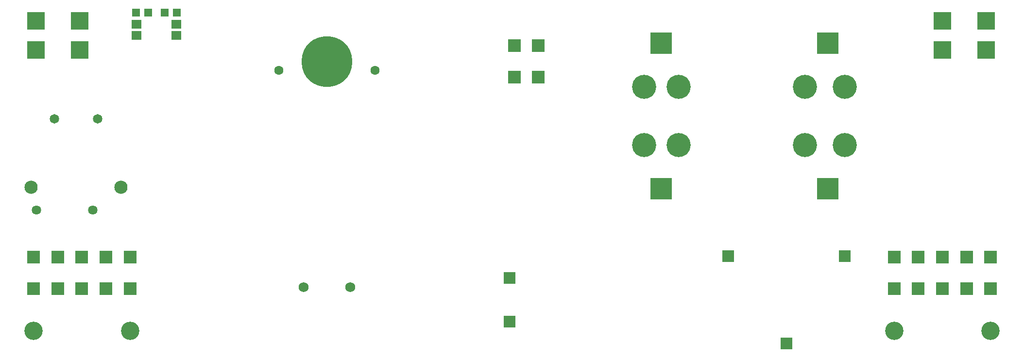
<source format=gts>
G04 EAGLE Gerber RS-274X export*
G75*
%MOMM*%
%FSLAX34Y34*%
%LPD*%
%INSoldermask Top*%
%IPPOS*%
%AMOC8*
5,1,8,0,0,1.08239X$1,22.5*%
G01*
%ADD10C,1.727200*%
%ADD11C,1.600200*%
%ADD12C,8.839200*%
%ADD13R,2.303200X2.303200*%
%ADD14C,3.203200*%
%ADD15C,1.653200*%
%ADD16C,2.303200*%
%ADD17C,1.633200*%
%ADD18R,1.403200X1.403200*%
%ADD19R,1.200000X1.200000*%
%ADD20R,1.703200X1.503200*%
%ADD21R,1.500000X1.300000*%
%ADD22R,2.108200X2.108200*%
%ADD23R,3.060700X3.060700*%
%ADD24C,4.203200*%
%ADD25R,3.759200X3.759200*%


D10*
X496860Y130900D03*
X578140Y130900D03*
D11*
X453680Y509360D03*
X621320Y509360D03*
D12*
X537500Y524600D03*
D13*
X194000Y127900D03*
X152000Y127900D03*
X110000Y127900D03*
X68000Y127900D03*
X26000Y127900D03*
X68000Y182900D03*
X26000Y182900D03*
X110000Y182900D03*
X152000Y182900D03*
X194000Y182900D03*
D14*
X194000Y54900D03*
X26000Y54900D03*
D15*
X137500Y425000D03*
X62500Y425000D03*
D16*
X178500Y305000D03*
X21500Y305000D03*
D17*
X128800Y265000D03*
X31200Y265000D03*
D13*
X906000Y497500D03*
X864000Y497500D03*
X864000Y552500D03*
X906000Y552500D03*
D18*
X275500Y610000D03*
D19*
X275500Y610000D03*
D18*
X254500Y610000D03*
D19*
X254500Y610000D03*
D20*
X275000Y570500D03*
D21*
X275000Y570500D03*
D20*
X275000Y589500D03*
D21*
X275000Y589500D03*
D22*
X1440000Y185000D03*
X1236800Y185000D03*
X1338400Y32600D03*
X855800Y70700D03*
X855800Y146900D03*
D18*
X204500Y610000D03*
D19*
X204500Y610000D03*
D18*
X225500Y610000D03*
D19*
X225500Y610000D03*
D20*
X205000Y570500D03*
D21*
X205000Y570500D03*
D20*
X205000Y589500D03*
D21*
X205000Y589500D03*
D13*
X1694000Y127900D03*
X1652000Y127900D03*
X1610000Y127900D03*
X1568000Y127900D03*
X1526000Y127900D03*
X1568000Y182900D03*
X1526000Y182900D03*
X1610000Y182900D03*
X1652000Y182900D03*
X1694000Y182900D03*
D14*
X1694000Y54900D03*
X1526000Y54900D03*
D23*
X30000Y595800D03*
X106200Y595800D03*
X106200Y545000D03*
X30000Y545000D03*
X1610000Y595800D03*
X1686200Y595800D03*
X1686200Y545000D03*
X1610000Y545000D03*
D24*
X1440000Y379200D03*
X1440000Y480800D03*
X1090000Y480800D03*
X1090000Y379200D03*
D25*
X1120000Y557000D03*
X1120000Y303000D03*
X1410000Y303000D03*
X1410000Y557000D03*
D24*
X1370000Y379200D03*
X1370000Y480800D03*
X1150000Y480800D03*
X1150000Y379200D03*
M02*

</source>
